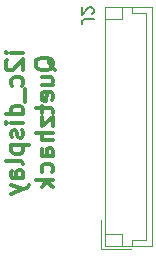
<source format=gbr>
%TF.GenerationSoftware,KiCad,Pcbnew,5.1.6-c6e7f7d~87~ubuntu20.04.1*%
%TF.CreationDate,2022-04-29T16:14:20+02:00*%
%TF.ProjectId,i2c_display,6932635f-6469-4737-906c-61792e6b6963,rev?*%
%TF.SameCoordinates,PXa03a458PY706ce10*%
%TF.FileFunction,Legend,Bot*%
%TF.FilePolarity,Positive*%
%FSLAX46Y46*%
G04 Gerber Fmt 4.6, Leading zero omitted, Abs format (unit mm)*
G04 Created by KiCad (PCBNEW 5.1.6-c6e7f7d~87~ubuntu20.04.1) date 2022-04-29 16:14:20*
%MOMM*%
%LPD*%
G01*
G04 APERTURE LIST*
%ADD10C,0.300000*%
%ADD11C,0.120000*%
%ADD12C,0.150000*%
G04 APERTURE END LIST*
D10*
X18783771Y16616738D02*
X17783771Y16616738D01*
X17283771Y16616738D02*
X17355200Y16688166D01*
X17426628Y16616738D01*
X17355200Y16545309D01*
X17283771Y16616738D01*
X17426628Y16616738D01*
X17426628Y15973880D02*
X17355200Y15902452D01*
X17283771Y15759595D01*
X17283771Y15402452D01*
X17355200Y15259595D01*
X17426628Y15188166D01*
X17569485Y15116738D01*
X17712342Y15116738D01*
X17926628Y15188166D01*
X18783771Y16045309D01*
X18783771Y15116738D01*
X18712342Y13831023D02*
X18783771Y13973880D01*
X18783771Y14259595D01*
X18712342Y14402452D01*
X18640914Y14473880D01*
X18498057Y14545309D01*
X18069485Y14545309D01*
X17926628Y14473880D01*
X17855200Y14402452D01*
X17783771Y14259595D01*
X17783771Y13973880D01*
X17855200Y13831023D01*
X18926628Y13545309D02*
X18926628Y12402452D01*
X18783771Y11402452D02*
X17283771Y11402452D01*
X18712342Y11402452D02*
X18783771Y11545309D01*
X18783771Y11831023D01*
X18712342Y11973880D01*
X18640914Y12045309D01*
X18498057Y12116738D01*
X18069485Y12116738D01*
X17926628Y12045309D01*
X17855200Y11973880D01*
X17783771Y11831023D01*
X17783771Y11545309D01*
X17855200Y11402452D01*
X18783771Y10688166D02*
X17783771Y10688166D01*
X17283771Y10688166D02*
X17355200Y10759595D01*
X17426628Y10688166D01*
X17355200Y10616738D01*
X17283771Y10688166D01*
X17426628Y10688166D01*
X18712342Y10045309D02*
X18783771Y9902452D01*
X18783771Y9616738D01*
X18712342Y9473880D01*
X18569485Y9402452D01*
X18498057Y9402452D01*
X18355200Y9473880D01*
X18283771Y9616738D01*
X18283771Y9831023D01*
X18212342Y9973880D01*
X18069485Y10045309D01*
X17998057Y10045309D01*
X17855200Y9973880D01*
X17783771Y9831023D01*
X17783771Y9616738D01*
X17855200Y9473880D01*
X17783771Y8759595D02*
X19283771Y8759595D01*
X17855200Y8759595D02*
X17783771Y8616738D01*
X17783771Y8331023D01*
X17855200Y8188166D01*
X17926628Y8116738D01*
X18069485Y8045309D01*
X18498057Y8045309D01*
X18640914Y8116738D01*
X18712342Y8188166D01*
X18783771Y8331023D01*
X18783771Y8616738D01*
X18712342Y8759595D01*
X18783771Y7188166D02*
X18712342Y7331023D01*
X18569485Y7402452D01*
X17283771Y7402452D01*
X18783771Y5973880D02*
X17998057Y5973880D01*
X17855200Y6045309D01*
X17783771Y6188166D01*
X17783771Y6473880D01*
X17855200Y6616738D01*
X18712342Y5973880D02*
X18783771Y6116738D01*
X18783771Y6473880D01*
X18712342Y6616738D01*
X18569485Y6688166D01*
X18426628Y6688166D01*
X18283771Y6616738D01*
X18212342Y6473880D01*
X18212342Y6116738D01*
X18140914Y5973880D01*
X17783771Y5402452D02*
X18783771Y5045309D01*
X17783771Y4688166D02*
X18783771Y5045309D01*
X19140914Y5188166D01*
X19212342Y5259595D01*
X19283771Y5402452D01*
X21476628Y15116738D02*
X21405200Y15259595D01*
X21262342Y15402452D01*
X21048057Y15616738D01*
X20976628Y15759595D01*
X20976628Y15902452D01*
X21333771Y15831023D02*
X21262342Y15973880D01*
X21119485Y16116738D01*
X20833771Y16188166D01*
X20333771Y16188166D01*
X20048057Y16116738D01*
X19905200Y15973880D01*
X19833771Y15831023D01*
X19833771Y15545309D01*
X19905200Y15402452D01*
X20048057Y15259595D01*
X20333771Y15188166D01*
X20833771Y15188166D01*
X21119485Y15259595D01*
X21262342Y15402452D01*
X21333771Y15545309D01*
X21333771Y15831023D01*
X20333771Y13902452D02*
X21333771Y13902452D01*
X20333771Y14545309D02*
X21119485Y14545309D01*
X21262342Y14473880D01*
X21333771Y14331023D01*
X21333771Y14116738D01*
X21262342Y13973880D01*
X21190914Y13902452D01*
X21262342Y12616738D02*
X21333771Y12759595D01*
X21333771Y13045309D01*
X21262342Y13188166D01*
X21119485Y13259595D01*
X20548057Y13259595D01*
X20405200Y13188166D01*
X20333771Y13045309D01*
X20333771Y12759595D01*
X20405200Y12616738D01*
X20548057Y12545309D01*
X20690914Y12545309D01*
X20833771Y13259595D01*
X20333771Y12116738D02*
X20333771Y11545309D01*
X19833771Y11902452D02*
X21119485Y11902452D01*
X21262342Y11831023D01*
X21333771Y11688166D01*
X21333771Y11545309D01*
X20333771Y11188166D02*
X20333771Y10402452D01*
X21333771Y11188166D01*
X21333771Y10402452D01*
X21333771Y9831023D02*
X19833771Y9831023D01*
X21333771Y9188166D02*
X20548057Y9188166D01*
X20405200Y9259595D01*
X20333771Y9402452D01*
X20333771Y9616738D01*
X20405200Y9759595D01*
X20476628Y9831023D01*
X21333771Y7831023D02*
X20548057Y7831023D01*
X20405200Y7902452D01*
X20333771Y8045309D01*
X20333771Y8331023D01*
X20405200Y8473880D01*
X21262342Y7831023D02*
X21333771Y7973880D01*
X21333771Y8331023D01*
X21262342Y8473880D01*
X21119485Y8545309D01*
X20976628Y8545309D01*
X20833771Y8473880D01*
X20762342Y8331023D01*
X20762342Y7973880D01*
X20690914Y7831023D01*
X21262342Y6473880D02*
X21333771Y6616738D01*
X21333771Y6902452D01*
X21262342Y7045309D01*
X21190914Y7116738D01*
X21048057Y7188166D01*
X20619485Y7188166D01*
X20476628Y7116738D01*
X20405200Y7045309D01*
X20333771Y6902452D01*
X20333771Y6616738D01*
X20405200Y6473880D01*
X21333771Y5831023D02*
X19833771Y5831023D01*
X20762342Y5688166D02*
X21333771Y5259595D01*
X20333771Y5259595D02*
X20905200Y5831023D01*
D11*
%TO.C,J2*%
X25379160Y-23520D02*
X25379160Y2476480D01*
X27879160Y-23520D02*
X25379160Y-23520D01*
X27179160Y19496480D02*
X25679160Y19496480D01*
X27179160Y20496480D02*
X27179160Y19496480D01*
X27179160Y1276480D02*
X25679160Y1276480D01*
X27179160Y276480D02*
X27179160Y1276480D01*
X27989160Y19996480D02*
X27989160Y20496480D01*
X29199160Y19996480D02*
X27989160Y19996480D01*
X29199160Y776480D02*
X29199160Y19996480D01*
X27989160Y776480D02*
X29199160Y776480D01*
X27989160Y276480D02*
X27989160Y776480D01*
X29699160Y20496480D02*
X29699160Y276480D01*
X25679160Y20496480D02*
X29699160Y20496480D01*
X25679160Y276480D02*
X25679160Y20496480D01*
X29699160Y276480D02*
X25679160Y276480D01*
D12*
X24735299Y19459187D02*
X24021013Y19459187D01*
X23878156Y19411568D01*
X23782918Y19316330D01*
X23735299Y19173473D01*
X23735299Y19078235D01*
X24640060Y19887759D02*
X24687680Y19935378D01*
X24735299Y20030616D01*
X24735299Y20268711D01*
X24687680Y20363949D01*
X24640060Y20411568D01*
X24544822Y20459187D01*
X24449584Y20459187D01*
X24306727Y20411568D01*
X23735299Y19840140D01*
X23735299Y20459187D01*
%TD*%
M02*

</source>
